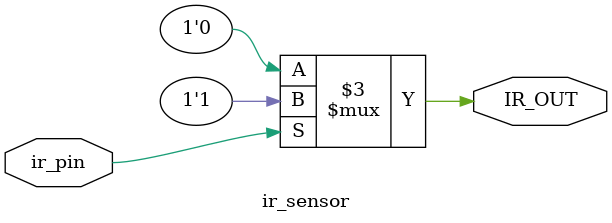
<source format=v>
`timescale 1ns / 1ps

module ir_sensor(
    input ir_pin,output reg IR_OUT);
    always @*begin
    if (ir_pin)begin
    IR_OUT<=1'b1;
    end
    else begin 
    IR_OUT<=1'b0;
    end
    end
    
endmodule
</source>
